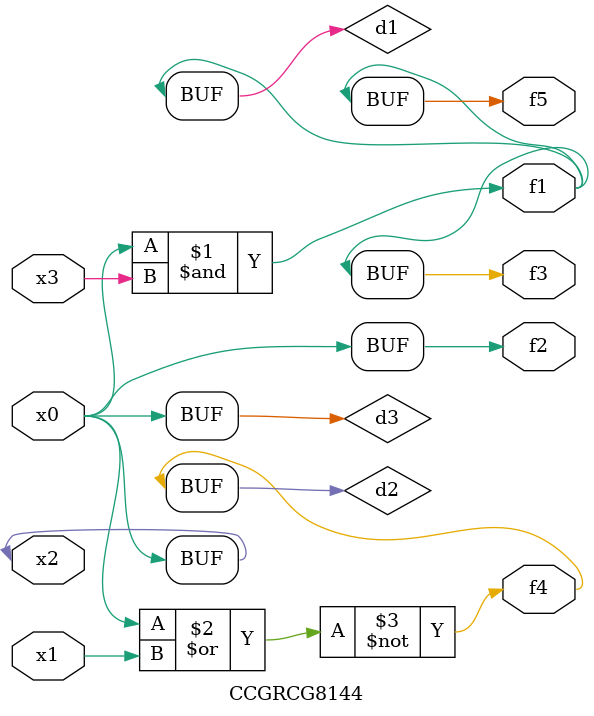
<source format=v>
module CCGRCG8144(
	input x0, x1, x2, x3,
	output f1, f2, f3, f4, f5
);

	wire d1, d2, d3;

	and (d1, x2, x3);
	nor (d2, x0, x1);
	buf (d3, x0, x2);
	assign f1 = d1;
	assign f2 = d3;
	assign f3 = d1;
	assign f4 = d2;
	assign f5 = d1;
endmodule

</source>
